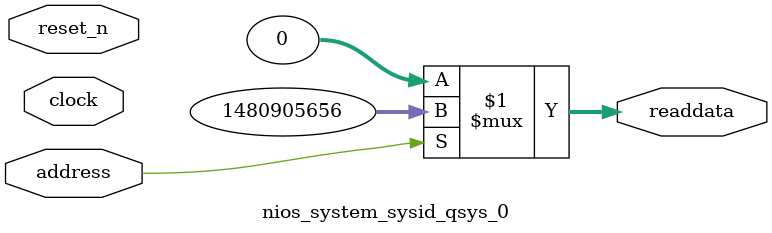
<source format=v>

`timescale 1ns / 1ps
// synthesis translate_on

// turn off superfluous verilog processor warnings 
// altera message_level Level1 
// altera message_off 10034 10035 10036 10037 10230 10240 10030 

module nios_system_sysid_qsys_0 (
               // inputs:
                address,
                clock,
                reset_n,

               // outputs:
                readdata
             )
;

  output  [ 31: 0] readdata;
  input            address;
  input            clock;
  input            reset_n;

  wire    [ 31: 0] readdata;
  //control_slave, which is an e_avalon_slave
  assign readdata = address ? 1480905656 : 0;

endmodule




</source>
